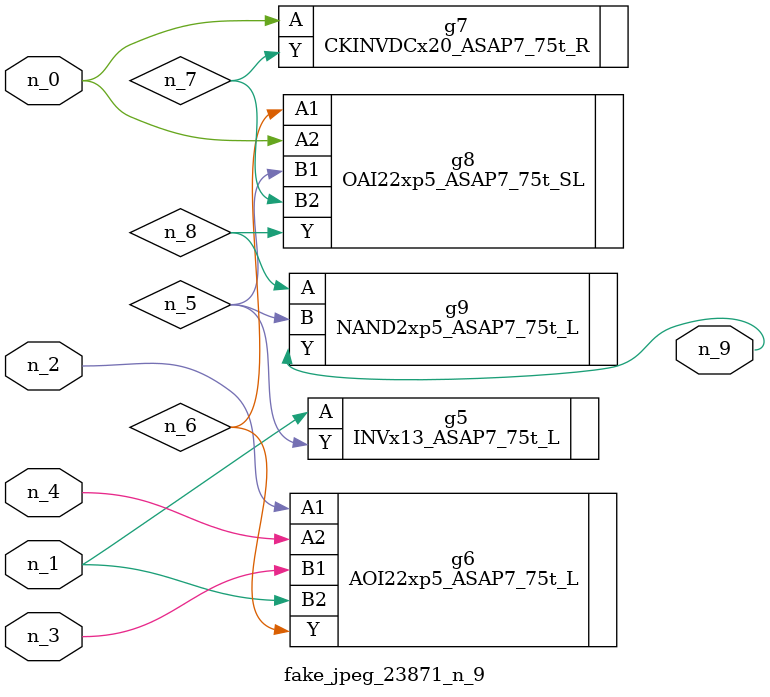
<source format=v>
module fake_jpeg_23871_n_9 (n_3, n_2, n_1, n_0, n_4, n_9);

input n_3;
input n_2;
input n_1;
input n_0;
input n_4;

output n_9;

wire n_8;
wire n_6;
wire n_5;
wire n_7;

INVx13_ASAP7_75t_L g5 ( 
.A(n_1),
.Y(n_5)
);

AOI22xp5_ASAP7_75t_L g6 ( 
.A1(n_2),
.A2(n_4),
.B1(n_3),
.B2(n_1),
.Y(n_6)
);

CKINVDCx20_ASAP7_75t_R g7 ( 
.A(n_0),
.Y(n_7)
);

OAI22xp5_ASAP7_75t_SL g8 ( 
.A1(n_6),
.A2(n_0),
.B1(n_5),
.B2(n_7),
.Y(n_8)
);

NAND2xp5_ASAP7_75t_L g9 ( 
.A(n_8),
.B(n_5),
.Y(n_9)
);


endmodule
</source>
